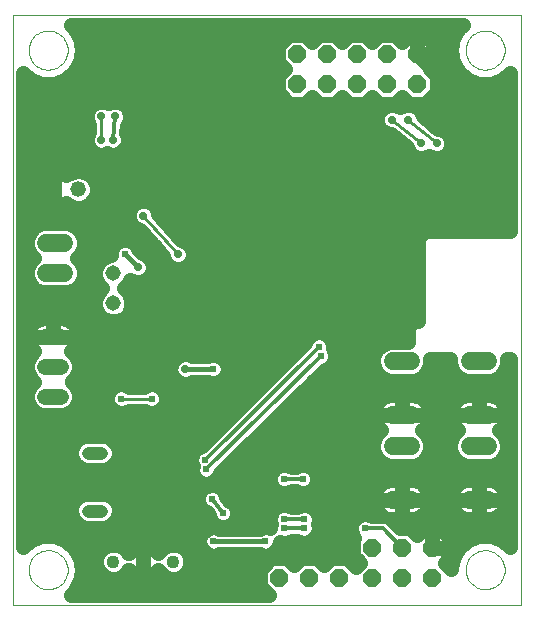
<source format=gbl>
G75*
G70*
%OFA0B0*%
%FSLAX24Y24*%
%IPPOS*%
%LPD*%
%AMOC8*
5,1,8,0,0,1.08239X$1,22.5*
%
%ADD10C,0.0000*%
%ADD11C,0.0600*%
%ADD12C,0.0440*%
%ADD13OC8,0.0520*%
%ADD14C,0.0520*%
%ADD15C,0.0520*%
%ADD16OC8,0.0600*%
%ADD17C,0.0436*%
%ADD18C,0.0515*%
%ADD19C,0.0240*%
%ADD20C,0.0120*%
%ADD21C,0.0500*%
%ADD22C,0.0200*%
%ADD23C,0.0277*%
%ADD24C,0.0160*%
%ADD25C,0.0400*%
%ADD26C,0.0100*%
D10*
X001110Y000743D02*
X001110Y020428D01*
X018039Y020428D01*
X018039Y000743D01*
X001110Y000743D01*
X001641Y001924D02*
X001643Y001974D01*
X001649Y002024D01*
X001659Y002074D01*
X001672Y002122D01*
X001689Y002170D01*
X001710Y002216D01*
X001734Y002260D01*
X001762Y002302D01*
X001793Y002342D01*
X001827Y002379D01*
X001864Y002414D01*
X001903Y002445D01*
X001944Y002474D01*
X001988Y002499D01*
X002034Y002521D01*
X002081Y002539D01*
X002129Y002553D01*
X002178Y002564D01*
X002228Y002571D01*
X002278Y002574D01*
X002329Y002573D01*
X002379Y002568D01*
X002429Y002559D01*
X002477Y002547D01*
X002525Y002530D01*
X002571Y002510D01*
X002616Y002487D01*
X002659Y002460D01*
X002699Y002430D01*
X002737Y002397D01*
X002772Y002361D01*
X002805Y002322D01*
X002834Y002281D01*
X002860Y002238D01*
X002883Y002193D01*
X002902Y002146D01*
X002917Y002098D01*
X002929Y002049D01*
X002937Y001999D01*
X002941Y001949D01*
X002941Y001899D01*
X002937Y001849D01*
X002929Y001799D01*
X002917Y001750D01*
X002902Y001702D01*
X002883Y001655D01*
X002860Y001610D01*
X002834Y001567D01*
X002805Y001526D01*
X002772Y001487D01*
X002737Y001451D01*
X002699Y001418D01*
X002659Y001388D01*
X002616Y001361D01*
X002571Y001338D01*
X002525Y001318D01*
X002477Y001301D01*
X002429Y001289D01*
X002379Y001280D01*
X002329Y001275D01*
X002278Y001274D01*
X002228Y001277D01*
X002178Y001284D01*
X002129Y001295D01*
X002081Y001309D01*
X002034Y001327D01*
X001988Y001349D01*
X001944Y001374D01*
X001903Y001403D01*
X001864Y001434D01*
X001827Y001469D01*
X001793Y001506D01*
X001762Y001546D01*
X001734Y001588D01*
X001710Y001632D01*
X001689Y001678D01*
X001672Y001726D01*
X001659Y001774D01*
X001649Y001824D01*
X001643Y001874D01*
X001641Y001924D01*
X001641Y019247D02*
X001643Y019297D01*
X001649Y019347D01*
X001659Y019397D01*
X001672Y019445D01*
X001689Y019493D01*
X001710Y019539D01*
X001734Y019583D01*
X001762Y019625D01*
X001793Y019665D01*
X001827Y019702D01*
X001864Y019737D01*
X001903Y019768D01*
X001944Y019797D01*
X001988Y019822D01*
X002034Y019844D01*
X002081Y019862D01*
X002129Y019876D01*
X002178Y019887D01*
X002228Y019894D01*
X002278Y019897D01*
X002329Y019896D01*
X002379Y019891D01*
X002429Y019882D01*
X002477Y019870D01*
X002525Y019853D01*
X002571Y019833D01*
X002616Y019810D01*
X002659Y019783D01*
X002699Y019753D01*
X002737Y019720D01*
X002772Y019684D01*
X002805Y019645D01*
X002834Y019604D01*
X002860Y019561D01*
X002883Y019516D01*
X002902Y019469D01*
X002917Y019421D01*
X002929Y019372D01*
X002937Y019322D01*
X002941Y019272D01*
X002941Y019222D01*
X002937Y019172D01*
X002929Y019122D01*
X002917Y019073D01*
X002902Y019025D01*
X002883Y018978D01*
X002860Y018933D01*
X002834Y018890D01*
X002805Y018849D01*
X002772Y018810D01*
X002737Y018774D01*
X002699Y018741D01*
X002659Y018711D01*
X002616Y018684D01*
X002571Y018661D01*
X002525Y018641D01*
X002477Y018624D01*
X002429Y018612D01*
X002379Y018603D01*
X002329Y018598D01*
X002278Y018597D01*
X002228Y018600D01*
X002178Y018607D01*
X002129Y018618D01*
X002081Y018632D01*
X002034Y018650D01*
X001988Y018672D01*
X001944Y018697D01*
X001903Y018726D01*
X001864Y018757D01*
X001827Y018792D01*
X001793Y018829D01*
X001762Y018869D01*
X001734Y018911D01*
X001710Y018955D01*
X001689Y019001D01*
X001672Y019049D01*
X001659Y019097D01*
X001649Y019147D01*
X001643Y019197D01*
X001641Y019247D01*
X016208Y019247D02*
X016210Y019297D01*
X016216Y019347D01*
X016226Y019397D01*
X016239Y019445D01*
X016256Y019493D01*
X016277Y019539D01*
X016301Y019583D01*
X016329Y019625D01*
X016360Y019665D01*
X016394Y019702D01*
X016431Y019737D01*
X016470Y019768D01*
X016511Y019797D01*
X016555Y019822D01*
X016601Y019844D01*
X016648Y019862D01*
X016696Y019876D01*
X016745Y019887D01*
X016795Y019894D01*
X016845Y019897D01*
X016896Y019896D01*
X016946Y019891D01*
X016996Y019882D01*
X017044Y019870D01*
X017092Y019853D01*
X017138Y019833D01*
X017183Y019810D01*
X017226Y019783D01*
X017266Y019753D01*
X017304Y019720D01*
X017339Y019684D01*
X017372Y019645D01*
X017401Y019604D01*
X017427Y019561D01*
X017450Y019516D01*
X017469Y019469D01*
X017484Y019421D01*
X017496Y019372D01*
X017504Y019322D01*
X017508Y019272D01*
X017508Y019222D01*
X017504Y019172D01*
X017496Y019122D01*
X017484Y019073D01*
X017469Y019025D01*
X017450Y018978D01*
X017427Y018933D01*
X017401Y018890D01*
X017372Y018849D01*
X017339Y018810D01*
X017304Y018774D01*
X017266Y018741D01*
X017226Y018711D01*
X017183Y018684D01*
X017138Y018661D01*
X017092Y018641D01*
X017044Y018624D01*
X016996Y018612D01*
X016946Y018603D01*
X016896Y018598D01*
X016845Y018597D01*
X016795Y018600D01*
X016745Y018607D01*
X016696Y018618D01*
X016648Y018632D01*
X016601Y018650D01*
X016555Y018672D01*
X016511Y018697D01*
X016470Y018726D01*
X016431Y018757D01*
X016394Y018792D01*
X016360Y018829D01*
X016329Y018869D01*
X016301Y018911D01*
X016277Y018955D01*
X016256Y019001D01*
X016239Y019049D01*
X016226Y019097D01*
X016216Y019147D01*
X016210Y019197D01*
X016208Y019247D01*
X016208Y001924D02*
X016210Y001974D01*
X016216Y002024D01*
X016226Y002074D01*
X016239Y002122D01*
X016256Y002170D01*
X016277Y002216D01*
X016301Y002260D01*
X016329Y002302D01*
X016360Y002342D01*
X016394Y002379D01*
X016431Y002414D01*
X016470Y002445D01*
X016511Y002474D01*
X016555Y002499D01*
X016601Y002521D01*
X016648Y002539D01*
X016696Y002553D01*
X016745Y002564D01*
X016795Y002571D01*
X016845Y002574D01*
X016896Y002573D01*
X016946Y002568D01*
X016996Y002559D01*
X017044Y002547D01*
X017092Y002530D01*
X017138Y002510D01*
X017183Y002487D01*
X017226Y002460D01*
X017266Y002430D01*
X017304Y002397D01*
X017339Y002361D01*
X017372Y002322D01*
X017401Y002281D01*
X017427Y002238D01*
X017450Y002193D01*
X017469Y002146D01*
X017484Y002098D01*
X017496Y002049D01*
X017504Y001999D01*
X017508Y001949D01*
X017508Y001899D01*
X017504Y001849D01*
X017496Y001799D01*
X017484Y001750D01*
X017469Y001702D01*
X017450Y001655D01*
X017427Y001610D01*
X017401Y001567D01*
X017372Y001526D01*
X017339Y001487D01*
X017304Y001451D01*
X017266Y001418D01*
X017226Y001388D01*
X017183Y001361D01*
X017138Y001338D01*
X017092Y001318D01*
X017044Y001301D01*
X016996Y001289D01*
X016946Y001280D01*
X016896Y001275D01*
X016845Y001274D01*
X016795Y001277D01*
X016745Y001284D01*
X016696Y001295D01*
X016648Y001309D01*
X016601Y001327D01*
X016555Y001349D01*
X016511Y001374D01*
X016470Y001403D01*
X016431Y001434D01*
X016394Y001469D01*
X016360Y001506D01*
X016329Y001546D01*
X016301Y001588D01*
X016277Y001632D01*
X016256Y001678D01*
X016239Y001726D01*
X016226Y001774D01*
X016216Y001824D01*
X016210Y001874D01*
X016208Y001924D01*
D11*
X016342Y004262D02*
X016942Y004262D01*
X016942Y006042D02*
X016342Y006042D01*
X016342Y007097D02*
X016942Y007097D01*
X016942Y008877D02*
X016342Y008877D01*
X014382Y008877D02*
X013782Y008877D01*
X013782Y007097D02*
X014382Y007097D01*
X014382Y006042D02*
X013782Y006042D01*
X013782Y004262D02*
X014382Y004262D01*
X002828Y011818D02*
X002228Y011818D01*
X002228Y012818D02*
X002828Y012818D01*
D12*
X003627Y005818D02*
X004067Y005818D01*
X004067Y003897D02*
X003627Y003897D01*
D13*
X002501Y014606D03*
D14*
X003301Y014606D03*
D15*
X002709Y009696D02*
X002189Y009696D01*
X002189Y008696D02*
X002709Y008696D01*
X002709Y007696D02*
X002189Y007696D01*
D16*
X010000Y001660D03*
X011000Y001660D03*
X012000Y001660D03*
X013102Y001660D03*
X013102Y002660D03*
X014102Y002660D03*
X014102Y001660D03*
X015102Y001660D03*
X015102Y002660D03*
X014595Y018106D03*
X014595Y019106D03*
X013595Y019106D03*
X013595Y018106D03*
X012595Y018106D03*
X012595Y019106D03*
X011595Y019106D03*
X011595Y018106D03*
X010595Y018106D03*
X010595Y019106D03*
D17*
X006466Y002199D03*
X005466Y002199D03*
X004466Y002199D03*
D18*
X004460Y010810D03*
X004460Y011810D03*
D19*
X004850Y012436D03*
X007803Y008617D03*
X005756Y007633D03*
X004732Y007633D03*
X007528Y005585D03*
X007567Y005270D03*
X007764Y004286D03*
X008118Y003814D03*
X007803Y002869D03*
X009535Y002869D03*
X010165Y003302D03*
X010165Y003617D03*
X010835Y003617D03*
X010835Y003302D03*
X010795Y004955D03*
X010165Y004955D03*
X012842Y003302D03*
X011386Y009050D03*
X011307Y009365D03*
D20*
X007528Y005585D01*
X007567Y005270D02*
X011386Y009050D01*
X010795Y004955D02*
X010165Y004955D01*
X010165Y003617D02*
X010835Y003617D01*
X010835Y003302D02*
X010165Y003302D01*
X008118Y003814D02*
X007764Y004286D01*
X012842Y003302D02*
X013461Y003302D01*
X014102Y002660D01*
X004457Y016255D02*
X004535Y017042D01*
D21*
X004299Y017473D02*
X004160Y017531D01*
X003966Y017531D01*
X003786Y017456D01*
X003649Y017319D01*
X003574Y017139D01*
X003574Y016945D01*
X003649Y016765D01*
X003663Y016751D01*
X003663Y016546D01*
X003649Y016531D01*
X003574Y016352D01*
X003574Y016157D01*
X003649Y015978D01*
X003786Y015840D01*
X003966Y015766D01*
X004160Y015766D01*
X004260Y015807D01*
X004359Y015766D01*
X004554Y015766D01*
X004733Y015840D01*
X004871Y015978D01*
X004945Y016157D01*
X004945Y016352D01*
X004891Y016482D01*
X004916Y016732D01*
X004950Y016765D01*
X005024Y016945D01*
X005024Y017139D01*
X004950Y017319D01*
X004812Y017456D01*
X004633Y017531D01*
X004438Y017531D01*
X004299Y017473D01*
X003597Y017193D02*
X001460Y017193D01*
X001460Y017692D02*
X010090Y017692D01*
X009945Y017837D02*
X010326Y017456D01*
X010864Y017456D01*
X011095Y017687D01*
X011326Y017456D01*
X011864Y017456D01*
X012095Y017687D01*
X012326Y017456D01*
X012864Y017456D01*
X013095Y017687D01*
X013326Y017456D01*
X013864Y017456D01*
X014095Y017687D01*
X014326Y017456D01*
X014864Y017456D01*
X015245Y017837D01*
X015245Y018375D01*
X015014Y018606D01*
X015245Y018837D01*
X015245Y019106D01*
X015245Y019375D01*
X014864Y019756D01*
X014595Y019756D01*
X014326Y019756D01*
X014095Y019525D01*
X013864Y019756D01*
X013326Y019756D01*
X013095Y019525D01*
X012864Y019756D01*
X012326Y019756D01*
X012095Y019525D01*
X011864Y019756D01*
X011326Y019756D01*
X011095Y019525D01*
X010864Y019756D01*
X010326Y019756D01*
X009945Y019375D01*
X009945Y018837D01*
X010176Y018606D01*
X009945Y018375D01*
X009945Y017837D01*
X009945Y018190D02*
X002663Y018190D01*
X002489Y018127D02*
X002860Y018262D01*
X003162Y018516D01*
X003360Y018858D01*
X003429Y019247D01*
X003360Y019636D01*
X003162Y019978D01*
X003043Y020078D01*
X016106Y020078D01*
X015987Y019978D01*
X015987Y019978D01*
X015987Y019978D01*
X015790Y019636D01*
X015790Y019636D01*
X015721Y019247D01*
X015721Y019247D01*
X015790Y018858D01*
X015790Y018858D01*
X015987Y018516D01*
X015987Y018516D01*
X016290Y018262D01*
X016661Y018127D01*
X017056Y018127D01*
X017427Y018262D01*
X017689Y018482D01*
X017689Y013219D01*
X014899Y013219D01*
X014770Y013165D01*
X014672Y013067D01*
X014618Y012938D01*
X014618Y010227D01*
X014584Y010227D01*
X014455Y010173D01*
X014357Y010075D01*
X014303Y009946D01*
X014303Y009527D01*
X013653Y009527D01*
X013414Y009428D01*
X013231Y009245D01*
X013132Y009006D01*
X013132Y008748D01*
X013231Y008509D01*
X013414Y008326D01*
X013653Y008227D01*
X014511Y008227D01*
X014750Y008326D01*
X014933Y008509D01*
X015032Y008748D01*
X015032Y008936D01*
X015692Y008936D01*
X015692Y008748D01*
X015791Y008509D01*
X015974Y008326D01*
X016213Y008227D01*
X017071Y008227D01*
X017310Y008326D01*
X017493Y008509D01*
X017592Y008748D01*
X017592Y008936D01*
X017689Y008936D01*
X017689Y002689D01*
X017427Y002909D01*
X017427Y002909D01*
X017056Y003044D01*
X016661Y003044D01*
X016290Y002909D01*
X016290Y002909D01*
X015987Y002655D01*
X015987Y002655D01*
X015987Y002655D01*
X015790Y002313D01*
X015790Y002313D01*
X015726Y001955D01*
X015522Y002160D01*
X015752Y002391D01*
X015752Y002660D01*
X015102Y002660D01*
X015102Y003310D01*
X014833Y003310D01*
X014602Y003079D01*
X014372Y003310D01*
X014032Y003310D01*
X013729Y003614D01*
X013740Y003612D01*
X014082Y003612D01*
X014082Y004262D01*
X014082Y004262D01*
X013132Y004262D01*
X013132Y004220D01*
X013143Y004135D01*
X013165Y004053D01*
X013198Y003974D01*
X013241Y003900D01*
X013292Y003833D01*
X013353Y003772D01*
X013420Y003721D01*
X013435Y003712D01*
X013081Y003712D01*
X012936Y003772D01*
X012749Y003772D01*
X012576Y003700D01*
X012444Y003568D01*
X012372Y003395D01*
X012372Y003208D01*
X012444Y003036D01*
X012501Y002978D01*
X012452Y002929D01*
X012452Y002391D01*
X012683Y002160D01*
X012551Y002028D01*
X012269Y002310D01*
X011731Y002310D01*
X011500Y002079D01*
X011269Y002310D01*
X010731Y002310D01*
X010500Y002079D01*
X010269Y002310D01*
X009731Y002310D01*
X009350Y001929D01*
X009350Y001391D01*
X009648Y001093D01*
X003043Y001093D01*
X003162Y001193D01*
X003162Y001193D01*
X003360Y001535D01*
X003429Y001924D01*
X003360Y002313D01*
X003162Y002655D01*
X002860Y002909D01*
X002860Y002909D01*
X002489Y003044D01*
X002094Y003044D01*
X001723Y002909D01*
X001723Y002909D01*
X001460Y002689D01*
X001460Y018482D01*
X001723Y018262D01*
X002094Y018127D01*
X002489Y018127D01*
X002860Y018262D02*
X002860Y018262D01*
X003162Y018516D02*
X003162Y018516D01*
X003162Y018516D01*
X003262Y018689D02*
X010093Y018689D01*
X009945Y019187D02*
X003418Y019187D01*
X003429Y019247D02*
X003429Y019247D01*
X003360Y019636D02*
X003360Y019636D01*
X003331Y019686D02*
X010256Y019686D01*
X010934Y019686D02*
X011256Y019686D01*
X011934Y019686D02*
X012256Y019686D01*
X012934Y019686D02*
X013256Y019686D01*
X013934Y019686D02*
X014256Y019686D01*
X014595Y019686D02*
X014595Y019686D01*
X014595Y019756D02*
X014595Y019106D01*
X014595Y019106D01*
X014595Y019756D01*
X014934Y019686D02*
X015818Y019686D01*
X015731Y019187D02*
X015245Y019187D01*
X015245Y019106D02*
X014595Y019106D01*
X014595Y019106D01*
X015245Y019106D01*
X015097Y018689D02*
X015887Y018689D01*
X016290Y018262D02*
X016290Y018262D01*
X016486Y018190D02*
X015245Y018190D01*
X015441Y018262D02*
X014598Y019106D01*
X014595Y019187D02*
X014595Y019187D01*
X015100Y017692D02*
X017689Y017692D01*
X017689Y018190D02*
X017230Y018190D01*
X017427Y018262D02*
X017427Y018262D01*
X017689Y017193D02*
X014717Y017193D01*
X014713Y017201D02*
X014576Y017338D01*
X014396Y017413D01*
X014202Y017413D01*
X014024Y017339D01*
X013845Y017413D01*
X013651Y017413D01*
X013471Y017338D01*
X013334Y017201D01*
X013259Y017021D01*
X013259Y016827D01*
X013334Y016647D01*
X013471Y016510D01*
X013651Y016435D01*
X013719Y016435D01*
X014258Y016003D01*
X014318Y015860D01*
X014455Y015722D01*
X014635Y015648D01*
X014829Y015648D01*
X014988Y015713D01*
X015147Y015648D01*
X015341Y015648D01*
X015521Y015722D01*
X015658Y015860D01*
X015733Y016039D01*
X015733Y016234D01*
X015658Y016413D01*
X015521Y016551D01*
X015341Y016625D01*
X015282Y016625D01*
X014778Y017046D01*
X014713Y017201D01*
X015199Y016695D02*
X017689Y016695D01*
X017689Y016196D02*
X015733Y016196D01*
X015462Y015698D02*
X017689Y015698D01*
X017689Y015199D02*
X003462Y015199D01*
X003422Y015216D02*
X003179Y015216D01*
X002955Y015123D01*
X002901Y015068D01*
X002753Y015216D01*
X002501Y015216D01*
X002501Y014606D01*
X002501Y014606D01*
X002501Y015216D01*
X002248Y015216D01*
X001891Y014858D01*
X001891Y014606D01*
X002501Y014606D01*
X002501Y013996D01*
X002753Y013996D01*
X002901Y014143D01*
X002955Y014089D01*
X003179Y013996D01*
X003422Y013996D01*
X003646Y014089D01*
X003818Y014260D01*
X003911Y014484D01*
X003911Y014727D01*
X003818Y014951D01*
X003646Y015123D01*
X003422Y015216D01*
X003140Y015199D02*
X002770Y015199D01*
X002501Y015199D02*
X002501Y015199D01*
X002232Y015199D02*
X001460Y015199D01*
X001460Y014701D02*
X001891Y014701D01*
X001891Y014606D02*
X001891Y014353D01*
X002248Y013996D01*
X002501Y013996D01*
X002501Y014606D01*
X002501Y014606D01*
X002501Y014606D01*
X001891Y014606D01*
X002042Y014202D02*
X001460Y014202D01*
X001460Y013704D02*
X004972Y013704D01*
X004972Y013634D02*
X005046Y013454D01*
X005184Y013317D01*
X005360Y013243D01*
X006133Y012382D01*
X006133Y012338D01*
X006208Y012159D01*
X006345Y012021D01*
X006525Y011947D01*
X006719Y011947D01*
X006899Y012021D01*
X007036Y012159D01*
X007111Y012338D01*
X007111Y012533D01*
X007036Y012713D01*
X006899Y012850D01*
X006722Y012923D01*
X005949Y013785D01*
X005949Y013828D01*
X005875Y014008D01*
X005737Y014145D01*
X005558Y014220D01*
X005363Y014220D01*
X005184Y014145D01*
X005046Y014008D01*
X004972Y013828D01*
X004972Y013634D01*
X005395Y013205D02*
X003359Y013205D01*
X003379Y013186D02*
X003196Y013369D01*
X002957Y013468D01*
X002098Y013468D01*
X001859Y013369D01*
X001676Y013186D01*
X001578Y012947D01*
X001578Y012688D01*
X001676Y012449D01*
X001808Y012318D01*
X001676Y012186D01*
X001578Y011947D01*
X001578Y011688D01*
X001676Y011449D01*
X001859Y011267D01*
X002098Y011168D01*
X002957Y011168D01*
X003196Y011267D01*
X003379Y011449D01*
X003478Y011688D01*
X003478Y011947D01*
X003379Y012186D01*
X003247Y012318D01*
X003379Y012449D01*
X003478Y012688D01*
X003478Y012947D01*
X003379Y013186D01*
X003478Y012707D02*
X004457Y012707D01*
X004452Y012702D02*
X004380Y012529D01*
X004380Y012418D01*
X004339Y012418D01*
X004116Y012325D01*
X003945Y012155D01*
X003852Y011931D01*
X003852Y011690D01*
X003945Y011466D01*
X004101Y011310D01*
X003945Y011155D01*
X003852Y010931D01*
X003852Y010690D01*
X003945Y010466D01*
X004116Y010295D01*
X004339Y010203D01*
X004581Y010203D01*
X004804Y010295D01*
X004975Y010466D01*
X005067Y010690D01*
X005067Y010931D01*
X004975Y011155D01*
X004819Y011310D01*
X004975Y011466D01*
X005023Y011582D01*
X005186Y011514D01*
X005381Y011514D01*
X005560Y011588D01*
X005698Y011726D01*
X005772Y011905D01*
X005772Y012100D01*
X005698Y012279D01*
X005560Y012417D01*
X005418Y012476D01*
X005289Y012605D01*
X005249Y012702D01*
X005117Y012834D01*
X004944Y012906D01*
X004757Y012906D01*
X004584Y012834D01*
X004452Y012702D01*
X003998Y012208D02*
X003356Y012208D01*
X003478Y011710D02*
X003852Y011710D01*
X004001Y011211D02*
X003062Y011211D01*
X003852Y010713D02*
X001460Y010713D01*
X001460Y011211D02*
X001993Y011211D01*
X001578Y011710D02*
X001460Y011710D01*
X001460Y012208D02*
X001699Y012208D01*
X001578Y012707D02*
X001460Y012707D01*
X001460Y013205D02*
X001696Y013205D01*
X002501Y014202D02*
X002501Y014202D01*
X002501Y014701D02*
X002501Y014701D01*
X001460Y015698D02*
X014514Y015698D01*
X014017Y016196D02*
X004945Y016196D01*
X004913Y016695D02*
X013314Y016695D01*
X013331Y017193D02*
X005002Y017193D01*
X003663Y016695D02*
X001460Y016695D01*
X001460Y016196D02*
X003574Y016196D01*
X003911Y014701D02*
X017689Y014701D01*
X017689Y014202D02*
X005600Y014202D01*
X005321Y014202D02*
X003760Y014202D01*
X005244Y012707D02*
X005842Y012707D01*
X005727Y012208D02*
X006187Y012208D01*
X005682Y011710D02*
X014618Y011710D01*
X014618Y011211D02*
X004918Y011211D01*
X005067Y010713D02*
X014618Y010713D01*
X014554Y010214D02*
X004608Y010214D01*
X004312Y010214D02*
X003033Y010214D01*
X003028Y010217D02*
X002943Y010261D01*
X002852Y010291D01*
X002757Y010306D01*
X002449Y010306D01*
X002449Y009696D01*
X002449Y009696D01*
X003319Y009696D01*
X003319Y009744D01*
X003304Y009838D01*
X003274Y009930D01*
X003230Y010015D01*
X003174Y010093D01*
X003106Y010161D01*
X003028Y010217D01*
X003319Y009716D02*
X010993Y009716D01*
X011041Y009763D02*
X010909Y009631D01*
X010849Y009486D01*
X007406Y006044D01*
X007261Y005984D01*
X007129Y005852D01*
X007058Y005679D01*
X007058Y005492D01*
X007104Y005380D01*
X007097Y005364D01*
X007097Y005177D01*
X007168Y005004D01*
X007301Y004872D01*
X007473Y004800D01*
X007660Y004800D01*
X007833Y004872D01*
X007965Y005004D01*
X008024Y005146D01*
X011504Y008590D01*
X011652Y008651D01*
X011784Y008784D01*
X011856Y008956D01*
X011856Y009143D01*
X011784Y009316D01*
X011777Y009323D01*
X011777Y009458D01*
X011705Y009631D01*
X011573Y009763D01*
X011401Y009835D01*
X011214Y009835D01*
X011041Y009763D01*
X011621Y009716D02*
X014303Y009716D01*
X015020Y008719D02*
X015704Y008719D01*
X016133Y007714D02*
X016054Y007681D01*
X015980Y007638D01*
X015913Y007587D01*
X015852Y007526D01*
X015801Y007459D01*
X015758Y007385D01*
X015725Y007306D01*
X015703Y007224D01*
X015692Y007139D01*
X015692Y007097D01*
X016642Y007097D01*
X016642Y007097D01*
X016642Y007747D01*
X016300Y007747D01*
X016215Y007736D01*
X016133Y007714D01*
X016163Y007722D02*
X014561Y007722D01*
X014592Y007714D02*
X014509Y007736D01*
X014425Y007747D01*
X014082Y007747D01*
X013740Y007747D01*
X013655Y007736D01*
X013573Y007714D01*
X013494Y007681D01*
X013420Y007638D01*
X013353Y007587D01*
X013292Y007526D01*
X013241Y007459D01*
X013198Y007385D01*
X013165Y007306D01*
X013143Y007224D01*
X013132Y007139D01*
X013132Y007097D01*
X014082Y007097D01*
X014082Y007097D01*
X014082Y007747D01*
X014082Y007097D01*
X014082Y007097D01*
X013132Y007097D01*
X013132Y007054D01*
X013143Y006970D01*
X013165Y006887D01*
X013198Y006809D01*
X013241Y006735D01*
X013292Y006667D01*
X013353Y006607D01*
X013395Y006574D01*
X013231Y006410D01*
X013132Y006172D01*
X013132Y005913D01*
X013231Y005674D01*
X013414Y005491D01*
X013653Y005392D01*
X014511Y005392D01*
X014750Y005491D01*
X014933Y005674D01*
X015032Y005913D01*
X015032Y006172D01*
X014933Y006410D01*
X014769Y006574D01*
X014812Y006607D01*
X014872Y006667D01*
X014924Y006735D01*
X014966Y006809D01*
X014999Y006887D01*
X015021Y006970D01*
X015032Y007054D01*
X015032Y007097D01*
X015032Y007139D01*
X015021Y007224D01*
X014999Y007306D01*
X014966Y007385D01*
X014924Y007459D01*
X014872Y007526D01*
X014812Y007587D01*
X014744Y007638D01*
X014670Y007681D01*
X014592Y007714D01*
X015021Y007223D02*
X015703Y007223D01*
X015692Y007097D02*
X016642Y007097D01*
X016642Y007097D01*
X016642Y007747D01*
X016985Y007747D01*
X017069Y007736D01*
X017152Y007714D01*
X017230Y007681D01*
X017304Y007638D01*
X017372Y007587D01*
X017432Y007526D01*
X017484Y007459D01*
X017526Y007385D01*
X017559Y007306D01*
X017581Y007224D01*
X017592Y007139D01*
X017592Y007097D01*
X016642Y007097D01*
X016642Y007097D01*
X017592Y007097D01*
X017592Y007054D01*
X017581Y006970D01*
X017559Y006887D01*
X017526Y006809D01*
X017484Y006735D01*
X017432Y006667D01*
X017372Y006607D01*
X017329Y006574D01*
X017493Y006410D01*
X017592Y006172D01*
X017592Y005913D01*
X017493Y005674D01*
X017310Y005491D01*
X017071Y005392D01*
X016213Y005392D01*
X015974Y005491D01*
X015791Y005674D01*
X015692Y005913D01*
X015692Y006172D01*
X015791Y006410D01*
X015955Y006574D01*
X015913Y006607D01*
X015852Y006667D01*
X015801Y006735D01*
X015758Y006809D01*
X015725Y006887D01*
X015703Y006970D01*
X015692Y007054D01*
X015692Y007097D01*
X015808Y006725D02*
X014916Y006725D01*
X015032Y007097D02*
X014082Y007097D01*
X015032Y007097D01*
X015009Y006226D02*
X015715Y006226D01*
X015769Y005728D02*
X014955Y005728D01*
X014592Y004879D02*
X014509Y004901D01*
X014425Y004912D01*
X014082Y004912D01*
X013740Y004912D01*
X013655Y004901D01*
X013573Y004879D01*
X013494Y004846D01*
X013420Y004804D01*
X013353Y004752D01*
X013292Y004692D01*
X013241Y004624D01*
X013198Y004550D01*
X013165Y004472D01*
X013143Y004389D01*
X013132Y004305D01*
X013132Y004262D01*
X014082Y004262D01*
X014082Y004262D01*
X014082Y003612D01*
X014425Y003612D01*
X014509Y003623D01*
X014592Y003645D01*
X014670Y003678D01*
X014744Y003721D01*
X014812Y003772D01*
X014872Y003833D01*
X014924Y003900D01*
X014966Y003974D01*
X014999Y004053D01*
X015021Y004135D01*
X015032Y004220D01*
X015032Y004262D01*
X014082Y004262D01*
X014082Y004262D01*
X014082Y004912D01*
X014082Y004262D01*
X014082Y004262D01*
X015032Y004262D01*
X015032Y004305D01*
X015021Y004389D01*
X014999Y004472D01*
X014966Y004550D01*
X014924Y004624D01*
X014872Y004692D01*
X014812Y004752D01*
X014744Y004804D01*
X014670Y004846D01*
X014592Y004879D01*
X014833Y004731D02*
X015891Y004731D01*
X015913Y004752D02*
X015852Y004692D01*
X015801Y004624D01*
X015758Y004550D01*
X015725Y004472D01*
X015703Y004389D01*
X015692Y004305D01*
X015692Y004262D01*
X015692Y004220D01*
X015703Y004135D01*
X015725Y004053D01*
X015758Y003974D01*
X015801Y003900D01*
X015852Y003833D01*
X015913Y003772D01*
X015980Y003721D01*
X016054Y003678D01*
X016133Y003645D01*
X016215Y003623D01*
X016300Y003612D01*
X016642Y003612D01*
X016642Y004262D01*
X016642Y004262D01*
X015692Y004262D01*
X016642Y004262D01*
X016642Y004262D01*
X016642Y003612D01*
X016985Y003612D01*
X017069Y003623D01*
X017152Y003645D01*
X017230Y003678D01*
X017304Y003721D01*
X017372Y003772D01*
X017432Y003833D01*
X017484Y003900D01*
X017526Y003974D01*
X017559Y004053D01*
X017581Y004135D01*
X017592Y004220D01*
X017592Y004262D01*
X016642Y004262D01*
X016642Y004262D01*
X016642Y004912D01*
X016300Y004912D01*
X016215Y004901D01*
X016133Y004879D01*
X016054Y004846D01*
X015980Y004804D01*
X015913Y004752D01*
X015692Y004232D02*
X015032Y004232D01*
X014761Y003734D02*
X015963Y003734D01*
X015446Y003235D02*
X017689Y003235D01*
X017689Y002737D02*
X017632Y002737D01*
X017689Y003734D02*
X017321Y003734D01*
X017592Y004232D02*
X017689Y004232D01*
X017592Y004262D02*
X017592Y004305D01*
X017581Y004389D01*
X017559Y004472D01*
X017526Y004550D01*
X017484Y004624D01*
X017432Y004692D01*
X017372Y004752D01*
X017304Y004804D01*
X017230Y004846D01*
X017152Y004879D01*
X017069Y004901D01*
X016985Y004912D01*
X016642Y004912D01*
X016642Y004262D01*
X016642Y004262D01*
X017592Y004262D01*
X017689Y004731D02*
X017393Y004731D01*
X017689Y005229D02*
X011186Y005229D01*
X011194Y005222D02*
X011061Y005354D01*
X010889Y005425D01*
X010702Y005425D01*
X010557Y005365D01*
X010404Y005365D01*
X010259Y005425D01*
X010072Y005425D01*
X009899Y005354D01*
X009767Y005222D01*
X009695Y005049D01*
X009695Y004862D01*
X009767Y004689D01*
X009899Y004557D01*
X010072Y004485D01*
X010259Y004485D01*
X010404Y004545D01*
X010557Y004545D01*
X010702Y004485D01*
X010889Y004485D01*
X011061Y004557D01*
X011194Y004689D01*
X011265Y004862D01*
X011265Y005049D01*
X011194Y005222D01*
X011211Y004731D02*
X013331Y004731D01*
X013132Y004232D02*
X008336Y004232D01*
X008308Y004244D02*
X008234Y004343D01*
X008234Y004380D01*
X008162Y004552D01*
X008030Y004685D01*
X007857Y004756D01*
X007670Y004756D01*
X007497Y004685D01*
X007365Y004552D01*
X007294Y004380D01*
X007294Y004193D01*
X007365Y004020D01*
X007497Y003888D01*
X007574Y003856D01*
X007648Y003757D01*
X007648Y003720D01*
X007720Y003547D01*
X007852Y003415D01*
X008025Y003344D01*
X008212Y003344D01*
X008384Y003415D01*
X008517Y003547D01*
X008588Y003720D01*
X008588Y003907D01*
X008517Y004080D01*
X008384Y004212D01*
X008308Y004244D01*
X008588Y003734D02*
X009705Y003734D01*
X009695Y003710D02*
X009695Y003523D01*
X009722Y003459D01*
X009695Y003395D01*
X009695Y003311D01*
X009629Y003339D01*
X009442Y003339D01*
X009345Y003299D01*
X007993Y003299D01*
X007897Y003339D01*
X007710Y003339D01*
X007537Y003267D01*
X007405Y003135D01*
X007333Y002962D01*
X007333Y002775D01*
X007405Y002603D01*
X007537Y002470D01*
X007710Y002399D01*
X007897Y002399D01*
X007993Y002439D01*
X009345Y002439D01*
X009442Y002399D01*
X009629Y002399D01*
X009802Y002470D01*
X009934Y002603D01*
X010005Y002775D01*
X010005Y002859D01*
X010072Y002832D01*
X010259Y002832D01*
X010404Y002892D01*
X010596Y002892D01*
X010741Y002832D01*
X010928Y002832D01*
X011101Y002903D01*
X011233Y003036D01*
X011305Y003208D01*
X011305Y003395D01*
X011278Y003459D01*
X011305Y003523D01*
X011305Y003710D01*
X011233Y003883D01*
X011101Y004015D01*
X010928Y004087D01*
X010741Y004087D01*
X010596Y004027D01*
X010404Y004027D01*
X010259Y004087D01*
X010072Y004087D01*
X009899Y004015D01*
X009767Y003883D01*
X009695Y003710D01*
X009750Y004731D02*
X007918Y004731D01*
X007609Y004731D02*
X001460Y004731D01*
X001460Y004232D02*
X003156Y004232D01*
X003144Y004220D02*
X003057Y004010D01*
X003057Y003784D01*
X003144Y003574D01*
X003304Y003414D01*
X003514Y003327D01*
X004181Y003327D01*
X004390Y003414D01*
X004550Y003574D01*
X004637Y003784D01*
X004637Y004010D01*
X004550Y004220D01*
X004390Y004380D01*
X004181Y004467D01*
X003514Y004467D01*
X003304Y004380D01*
X003144Y004220D01*
X003078Y003734D02*
X001460Y003734D01*
X001460Y003235D02*
X007505Y003235D01*
X007349Y002737D02*
X006652Y002737D01*
X006579Y002767D02*
X006788Y002680D01*
X006948Y002520D01*
X007034Y002312D01*
X007034Y002086D01*
X006948Y001877D01*
X006788Y001717D01*
X006579Y001631D01*
X006353Y001631D01*
X006144Y001717D01*
X005984Y001877D01*
X005964Y001925D01*
X005952Y001901D01*
X005899Y001829D01*
X005836Y001765D01*
X005764Y001713D01*
X005684Y001672D01*
X005599Y001645D01*
X005511Y001631D01*
X005466Y001631D01*
X005466Y002199D01*
X005466Y002767D01*
X005421Y002767D01*
X005333Y002753D01*
X005248Y002725D01*
X005168Y002685D01*
X005096Y002632D01*
X005033Y002569D01*
X004980Y002496D01*
X004968Y002472D01*
X004948Y002520D01*
X004788Y002680D01*
X004579Y002767D01*
X004353Y002767D01*
X004144Y002680D01*
X003984Y002520D01*
X003898Y002312D01*
X003898Y002086D01*
X003984Y001877D01*
X004144Y001717D01*
X004353Y001631D01*
X004579Y001631D01*
X004788Y001717D01*
X004948Y001877D01*
X004968Y001925D01*
X004980Y001901D01*
X005033Y001829D01*
X005096Y001765D01*
X005168Y001713D01*
X005248Y001672D01*
X005333Y001645D01*
X005421Y001631D01*
X005466Y001631D01*
X005466Y002199D01*
X005466Y002199D01*
X005466Y002767D01*
X005511Y002767D01*
X005599Y002753D01*
X005684Y002725D01*
X005764Y002685D01*
X005836Y002632D01*
X005899Y002569D01*
X005952Y002496D01*
X005964Y002472D01*
X005984Y002520D01*
X006144Y002680D01*
X006353Y002767D01*
X006579Y002767D01*
X006281Y002737D02*
X005648Y002737D01*
X005466Y002737D02*
X005466Y002737D01*
X005284Y002737D02*
X004652Y002737D01*
X004281Y002737D02*
X003065Y002737D01*
X003162Y002655D02*
X003162Y002655D01*
X003360Y002313D02*
X003360Y002313D01*
X003373Y002238D02*
X003898Y002238D01*
X004122Y001740D02*
X003396Y001740D01*
X003429Y001924D02*
X003429Y001924D01*
X003360Y001535D02*
X003360Y001535D01*
X003190Y001241D02*
X009500Y001241D01*
X009350Y001740D02*
X006811Y001740D01*
X007034Y002238D02*
X009659Y002238D01*
X009989Y002737D02*
X012452Y002737D01*
X012372Y003235D02*
X011305Y003235D01*
X011295Y003734D02*
X012657Y003734D01*
X013028Y003734D02*
X013403Y003734D01*
X014082Y003734D02*
X014082Y003734D01*
X014082Y004232D02*
X014082Y004232D01*
X014082Y004731D02*
X014082Y004731D01*
X013209Y005728D02*
X008612Y005728D01*
X008108Y005229D02*
X009775Y005229D01*
X009116Y006226D02*
X013155Y006226D01*
X013248Y006725D02*
X009619Y006725D01*
X010123Y007223D02*
X013143Y007223D01*
X013603Y007722D02*
X010627Y007722D01*
X011130Y008220D02*
X017689Y008220D01*
X017689Y007722D02*
X017121Y007722D01*
X017581Y007223D02*
X017689Y007223D01*
X017689Y006725D02*
X017476Y006725D01*
X017569Y006226D02*
X017689Y006226D01*
X017689Y005728D02*
X017515Y005728D01*
X016642Y004731D02*
X016642Y004731D01*
X016642Y004232D02*
X016642Y004232D01*
X016642Y003734D02*
X016642Y003734D01*
X016085Y002737D02*
X015752Y002737D01*
X015752Y002660D02*
X015752Y002929D01*
X015372Y003310D01*
X015102Y003310D01*
X015102Y002660D01*
X015102Y002660D01*
X015102Y002660D01*
X015752Y002660D01*
X015776Y002238D02*
X015600Y002238D01*
X015102Y002737D02*
X015102Y002737D01*
X015102Y003235D02*
X015102Y003235D01*
X014758Y003235D02*
X014446Y003235D01*
X012605Y002238D02*
X012341Y002238D01*
X011659Y002238D02*
X011341Y002238D01*
X010659Y002238D02*
X010341Y002238D01*
X007648Y003734D02*
X004616Y003734D01*
X004538Y004232D02*
X007294Y004232D01*
X007097Y005229D02*
X001460Y005229D01*
X001460Y005728D02*
X003057Y005728D01*
X003057Y005705D02*
X003144Y005495D01*
X003304Y005335D01*
X003514Y005248D01*
X004181Y005248D01*
X004390Y005335D01*
X004550Y005495D01*
X004637Y005705D01*
X004637Y005932D01*
X004550Y006141D01*
X004390Y006302D01*
X004181Y006388D01*
X003514Y006388D01*
X003304Y006302D01*
X003144Y006141D01*
X003057Y005932D01*
X003057Y005705D01*
X003229Y006226D02*
X001460Y006226D01*
X001460Y006725D02*
X008087Y006725D01*
X007589Y006226D02*
X004465Y006226D01*
X004637Y005728D02*
X007078Y005728D01*
X006022Y007234D02*
X006154Y007366D01*
X006226Y007539D01*
X006226Y007726D01*
X006154Y007899D01*
X006022Y008031D01*
X005849Y008103D01*
X005662Y008103D01*
X005493Y008033D01*
X004995Y008033D01*
X004826Y008103D01*
X004639Y008103D01*
X004466Y008031D01*
X004334Y007899D01*
X004262Y007726D01*
X004262Y007539D01*
X004334Y007366D01*
X004466Y007234D01*
X004639Y007163D01*
X004826Y007163D01*
X004995Y007233D01*
X005493Y007233D01*
X005662Y007163D01*
X005849Y007163D01*
X006022Y007234D01*
X005996Y007223D02*
X008586Y007223D01*
X009084Y007722D02*
X006226Y007722D01*
X006581Y008202D02*
X006761Y008128D01*
X006955Y008128D01*
X007097Y008187D01*
X007613Y008187D01*
X007710Y008147D01*
X007897Y008147D01*
X008069Y008218D01*
X008202Y008351D01*
X008273Y008523D01*
X008273Y008710D01*
X008202Y008883D01*
X008069Y009015D01*
X007897Y009087D01*
X007710Y009087D01*
X007613Y009047D01*
X007097Y009047D01*
X006955Y009106D01*
X006761Y009106D01*
X006581Y009031D01*
X006444Y008894D01*
X006369Y008714D01*
X006369Y008520D01*
X006444Y008340D01*
X006581Y008202D01*
X006564Y008220D02*
X003096Y008220D01*
X003071Y008196D02*
X003226Y008350D01*
X003319Y008574D01*
X003319Y008817D01*
X003226Y009041D01*
X003066Y009201D01*
X003106Y009230D01*
X003174Y009298D01*
X003230Y009376D01*
X003274Y009461D01*
X003304Y009553D01*
X003319Y009648D01*
X003319Y009696D01*
X002449Y009696D01*
X002449Y009696D01*
X002449Y010306D01*
X002141Y010306D01*
X002046Y010291D01*
X001955Y010261D01*
X001869Y010217D01*
X001791Y010161D01*
X001723Y010093D01*
X001667Y010015D01*
X001623Y009930D01*
X001594Y009838D01*
X001579Y009744D01*
X001579Y009696D01*
X002449Y009696D01*
X002449Y009696D01*
X001579Y009696D01*
X001579Y009648D01*
X001594Y009553D01*
X001623Y009461D01*
X001667Y009376D01*
X001723Y009298D01*
X001791Y009230D01*
X001832Y009201D01*
X001672Y009041D01*
X001579Y008817D01*
X001579Y008574D01*
X001672Y008350D01*
X001826Y008196D01*
X001672Y008041D01*
X001579Y007817D01*
X001579Y007574D01*
X001672Y007350D01*
X001843Y007178D01*
X002067Y007086D01*
X002830Y007086D01*
X003054Y007178D01*
X003226Y007350D01*
X003319Y007574D01*
X003319Y007817D01*
X003226Y008041D01*
X003071Y008196D01*
X003319Y007722D02*
X004262Y007722D01*
X004492Y007223D02*
X003099Y007223D01*
X001798Y007223D02*
X001460Y007223D01*
X001460Y007722D02*
X001579Y007722D01*
X001460Y008220D02*
X001801Y008220D01*
X001579Y008719D02*
X001460Y008719D01*
X001460Y009217D02*
X001809Y009217D01*
X001579Y009716D02*
X001460Y009716D01*
X001460Y010214D02*
X001865Y010214D01*
X002449Y010214D02*
X002449Y010214D01*
X002449Y009716D02*
X002449Y009716D01*
X003088Y009217D02*
X010580Y009217D01*
X010081Y008719D02*
X008270Y008719D01*
X008071Y008220D02*
X009583Y008220D01*
X011719Y008719D02*
X013144Y008719D01*
X013220Y009217D02*
X011825Y009217D01*
X014082Y007722D02*
X014082Y007722D01*
X014082Y007223D02*
X014082Y007223D01*
X014082Y007097D02*
X014082Y007097D01*
X016642Y007223D02*
X016642Y007223D01*
X016642Y007722D02*
X016642Y007722D01*
X017580Y008719D02*
X017689Y008719D01*
X014618Y012208D02*
X007057Y012208D01*
X007039Y012707D02*
X014618Y012707D01*
X014866Y013205D02*
X006469Y013205D01*
X006022Y013704D02*
X017689Y013704D01*
X015026Y015698D02*
X014950Y015698D01*
X006371Y008719D02*
X003319Y008719D01*
X004972Y007223D02*
X005516Y007223D01*
X001518Y002737D02*
X001460Y002737D01*
X003162Y001193D02*
X003162Y001193D01*
X004811Y001740D02*
X005131Y001740D01*
X005466Y001740D02*
X005466Y001740D01*
X005801Y001740D02*
X006122Y001740D01*
X005466Y002199D02*
X005466Y002199D01*
X005466Y002238D02*
X005466Y002238D01*
X001919Y018190D02*
X001460Y018190D01*
X001723Y018262D02*
X001723Y018262D01*
X003162Y019978D02*
X003162Y019978D01*
X003360Y018858D02*
X003360Y018858D01*
D22*
X005677Y017436D02*
X005857Y017399D01*
X005362Y016255D02*
X005283Y016255D01*
X005244Y016255D01*
X005084Y016094D01*
X005126Y016018D01*
X005756Y015388D01*
X005756Y015310D01*
X005638Y015310D01*
X005638Y014050D01*
X006228Y013459D01*
X009651Y009250D02*
X009811Y009089D01*
X012331Y006924D02*
X012672Y006933D01*
X002501Y014606D02*
X002409Y014601D01*
X002291Y014601D01*
D23*
X002173Y016570D03*
X004063Y016255D03*
X004457Y016255D03*
X004535Y017042D03*
X004063Y017042D03*
X005362Y016255D03*
X006504Y015361D03*
X007213Y015349D03*
X008827Y016806D03*
X008433Y018696D03*
X005795Y017751D03*
X005461Y013731D03*
X006228Y013459D03*
X006622Y012436D03*
X005283Y012003D03*
X007803Y010113D03*
X008590Y010782D03*
X006858Y008617D03*
X007134Y007003D03*
X005913Y006215D03*
X009457Y006648D03*
X011307Y006412D03*
X012331Y006924D03*
X011307Y007947D03*
X013118Y004640D03*
X007567Y001412D03*
X002016Y004916D03*
X012291Y014601D03*
X013748Y016924D03*
X014299Y016924D03*
X014732Y016136D03*
X015244Y016136D03*
X016701Y017003D03*
X014575Y011570D03*
D24*
X009457Y006648D02*
X009653Y006451D01*
X007803Y008617D02*
X006858Y008617D01*
X004063Y011215D02*
X003964Y011310D01*
X004063Y011215D01*
X005283Y012003D02*
X004850Y012436D01*
X007803Y002869D02*
X009535Y002869D01*
X013006Y004813D02*
X013118Y004640D01*
X014929Y003105D02*
X015102Y002660D01*
X014929Y003105D02*
X015402Y003577D01*
D25*
X014595Y019106D02*
X014598Y019106D01*
D26*
X014299Y016924D02*
X015244Y016136D01*
X014732Y016136D02*
X013748Y016924D01*
X006622Y012436D02*
X005461Y013731D01*
X004063Y016255D02*
X004063Y017042D01*
X004732Y007633D02*
X005756Y007633D01*
M02*

</source>
